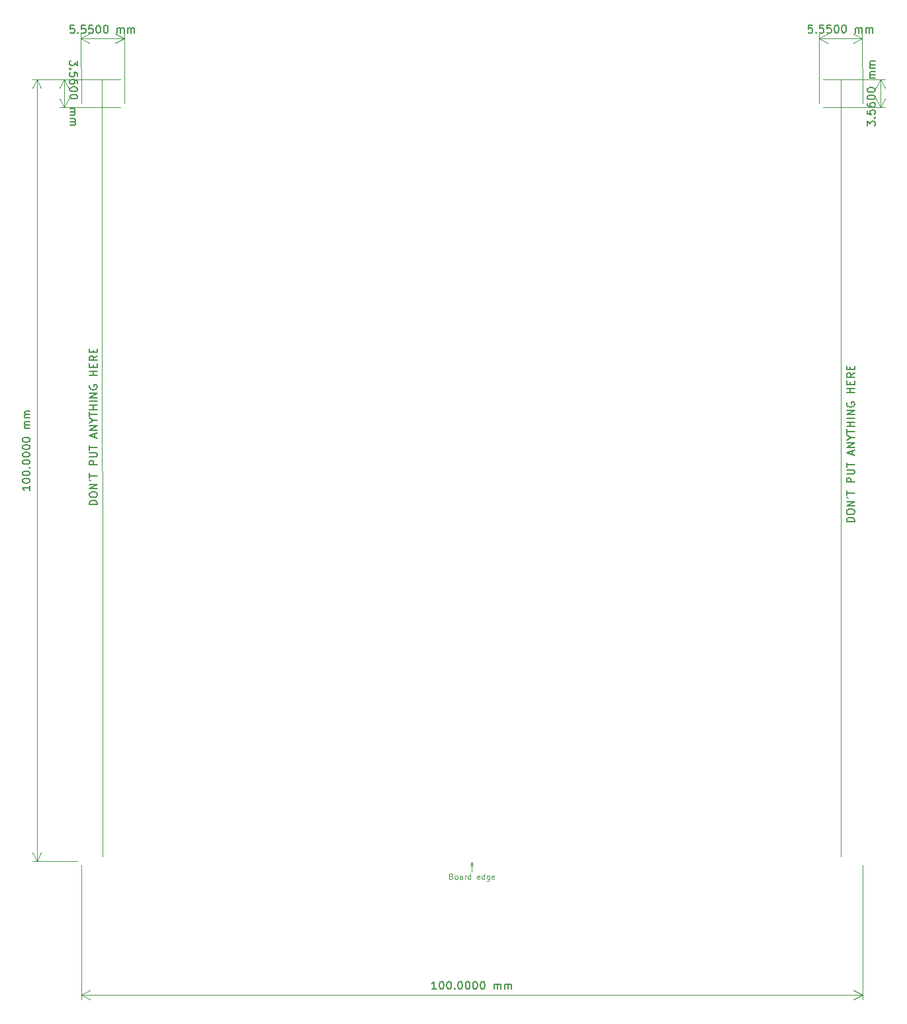
<source format=gbr>
%TF.GenerationSoftware,KiCad,Pcbnew,8.0.7*%
%TF.CreationDate,2025-02-21T01:46:00+01:00*%
%TF.ProjectId,TPB,5450422e-6b69-4636-9164-5f7063625858,1.0.0*%
%TF.SameCoordinates,Original*%
%TF.FileFunction,Other,Comment*%
%FSLAX46Y46*%
G04 Gerber Fmt 4.6, Leading zero omitted, Abs format (unit mm)*
G04 Created by KiCad (PCBNEW 8.0.7) date 2025-02-21 01:46:00*
%MOMM*%
%LPD*%
G01*
G04 APERTURE LIST*
%ADD10C,0.100000*%
%ADD11C,0.150000*%
G04 APERTURE END LIST*
D10*
X97260000Y569999D02*
X97260000Y100000000D01*
X2740000Y569999D02*
X2670000Y100000000D01*
D11*
X98979819Y43386780D02*
X97979819Y43386780D01*
X97979819Y43386780D02*
X97979819Y43624875D01*
X97979819Y43624875D02*
X98027438Y43767732D01*
X98027438Y43767732D02*
X98122676Y43862970D01*
X98122676Y43862970D02*
X98217914Y43910589D01*
X98217914Y43910589D02*
X98408390Y43958208D01*
X98408390Y43958208D02*
X98551247Y43958208D01*
X98551247Y43958208D02*
X98741723Y43910589D01*
X98741723Y43910589D02*
X98836961Y43862970D01*
X98836961Y43862970D02*
X98932200Y43767732D01*
X98932200Y43767732D02*
X98979819Y43624875D01*
X98979819Y43624875D02*
X98979819Y43386780D01*
X97979819Y44577256D02*
X97979819Y44767732D01*
X97979819Y44767732D02*
X98027438Y44862970D01*
X98027438Y44862970D02*
X98122676Y44958208D01*
X98122676Y44958208D02*
X98313152Y45005827D01*
X98313152Y45005827D02*
X98646485Y45005827D01*
X98646485Y45005827D02*
X98836961Y44958208D01*
X98836961Y44958208D02*
X98932200Y44862970D01*
X98932200Y44862970D02*
X98979819Y44767732D01*
X98979819Y44767732D02*
X98979819Y44577256D01*
X98979819Y44577256D02*
X98932200Y44482018D01*
X98932200Y44482018D02*
X98836961Y44386780D01*
X98836961Y44386780D02*
X98646485Y44339161D01*
X98646485Y44339161D02*
X98313152Y44339161D01*
X98313152Y44339161D02*
X98122676Y44386780D01*
X98122676Y44386780D02*
X98027438Y44482018D01*
X98027438Y44482018D02*
X97979819Y44577256D01*
X98979819Y45434399D02*
X97979819Y45434399D01*
X97979819Y45434399D02*
X98979819Y46005827D01*
X98979819Y46005827D02*
X97979819Y46005827D01*
X97979819Y46529637D02*
X98170295Y46434399D01*
X97979819Y46815351D02*
X97979819Y47386779D01*
X98979819Y47101065D02*
X97979819Y47101065D01*
X98979819Y48482018D02*
X97979819Y48482018D01*
X97979819Y48482018D02*
X97979819Y48862970D01*
X97979819Y48862970D02*
X98027438Y48958208D01*
X98027438Y48958208D02*
X98075057Y49005827D01*
X98075057Y49005827D02*
X98170295Y49053446D01*
X98170295Y49053446D02*
X98313152Y49053446D01*
X98313152Y49053446D02*
X98408390Y49005827D01*
X98408390Y49005827D02*
X98456009Y48958208D01*
X98456009Y48958208D02*
X98503628Y48862970D01*
X98503628Y48862970D02*
X98503628Y48482018D01*
X97979819Y49482018D02*
X98789342Y49482018D01*
X98789342Y49482018D02*
X98884580Y49529637D01*
X98884580Y49529637D02*
X98932200Y49577256D01*
X98932200Y49577256D02*
X98979819Y49672494D01*
X98979819Y49672494D02*
X98979819Y49862970D01*
X98979819Y49862970D02*
X98932200Y49958208D01*
X98932200Y49958208D02*
X98884580Y50005827D01*
X98884580Y50005827D02*
X98789342Y50053446D01*
X98789342Y50053446D02*
X97979819Y50053446D01*
X97979819Y50386780D02*
X97979819Y50958208D01*
X98979819Y50672494D02*
X97979819Y50672494D01*
X98694104Y52005828D02*
X98694104Y52482018D01*
X98979819Y51910590D02*
X97979819Y52243923D01*
X97979819Y52243923D02*
X98979819Y52577256D01*
X98979819Y52910590D02*
X97979819Y52910590D01*
X97979819Y52910590D02*
X98979819Y53482018D01*
X98979819Y53482018D02*
X97979819Y53482018D01*
X98503628Y54148685D02*
X98979819Y54148685D01*
X97979819Y53815352D02*
X98503628Y54148685D01*
X98503628Y54148685D02*
X97979819Y54482018D01*
X97979819Y54672495D02*
X97979819Y55243923D01*
X98979819Y54958209D02*
X97979819Y54958209D01*
X98979819Y55577257D02*
X97979819Y55577257D01*
X98456009Y55577257D02*
X98456009Y56148685D01*
X98979819Y56148685D02*
X97979819Y56148685D01*
X98979819Y56624876D02*
X97979819Y56624876D01*
X98979819Y57101066D02*
X97979819Y57101066D01*
X97979819Y57101066D02*
X98979819Y57672494D01*
X98979819Y57672494D02*
X97979819Y57672494D01*
X98027438Y58672494D02*
X97979819Y58577256D01*
X97979819Y58577256D02*
X97979819Y58434399D01*
X97979819Y58434399D02*
X98027438Y58291542D01*
X98027438Y58291542D02*
X98122676Y58196304D01*
X98122676Y58196304D02*
X98217914Y58148685D01*
X98217914Y58148685D02*
X98408390Y58101066D01*
X98408390Y58101066D02*
X98551247Y58101066D01*
X98551247Y58101066D02*
X98741723Y58148685D01*
X98741723Y58148685D02*
X98836961Y58196304D01*
X98836961Y58196304D02*
X98932200Y58291542D01*
X98932200Y58291542D02*
X98979819Y58434399D01*
X98979819Y58434399D02*
X98979819Y58529637D01*
X98979819Y58529637D02*
X98932200Y58672494D01*
X98932200Y58672494D02*
X98884580Y58720113D01*
X98884580Y58720113D02*
X98551247Y58720113D01*
X98551247Y58720113D02*
X98551247Y58529637D01*
X98979819Y59910590D02*
X97979819Y59910590D01*
X98456009Y59910590D02*
X98456009Y60482018D01*
X98979819Y60482018D02*
X97979819Y60482018D01*
X98456009Y60958209D02*
X98456009Y61291542D01*
X98979819Y61434399D02*
X98979819Y60958209D01*
X98979819Y60958209D02*
X97979819Y60958209D01*
X97979819Y60958209D02*
X97979819Y61434399D01*
X98979819Y62434399D02*
X98503628Y62101066D01*
X98979819Y61862971D02*
X97979819Y61862971D01*
X97979819Y61862971D02*
X97979819Y62243923D01*
X97979819Y62243923D02*
X98027438Y62339161D01*
X98027438Y62339161D02*
X98075057Y62386780D01*
X98075057Y62386780D02*
X98170295Y62434399D01*
X98170295Y62434399D02*
X98313152Y62434399D01*
X98313152Y62434399D02*
X98408390Y62386780D01*
X98408390Y62386780D02*
X98456009Y62339161D01*
X98456009Y62339161D02*
X98503628Y62243923D01*
X98503628Y62243923D02*
X98503628Y61862971D01*
X98456009Y62862971D02*
X98456009Y63196304D01*
X98979819Y63339161D02*
X98979819Y62862971D01*
X98979819Y62862971D02*
X97979819Y62862971D01*
X97979819Y62862971D02*
X97979819Y63339161D01*
X2059819Y45586780D02*
X1059819Y45586780D01*
X1059819Y45586780D02*
X1059819Y45824875D01*
X1059819Y45824875D02*
X1107438Y45967732D01*
X1107438Y45967732D02*
X1202676Y46062970D01*
X1202676Y46062970D02*
X1297914Y46110589D01*
X1297914Y46110589D02*
X1488390Y46158208D01*
X1488390Y46158208D02*
X1631247Y46158208D01*
X1631247Y46158208D02*
X1821723Y46110589D01*
X1821723Y46110589D02*
X1916961Y46062970D01*
X1916961Y46062970D02*
X2012200Y45967732D01*
X2012200Y45967732D02*
X2059819Y45824875D01*
X2059819Y45824875D02*
X2059819Y45586780D01*
X1059819Y46777256D02*
X1059819Y46967732D01*
X1059819Y46967732D02*
X1107438Y47062970D01*
X1107438Y47062970D02*
X1202676Y47158208D01*
X1202676Y47158208D02*
X1393152Y47205827D01*
X1393152Y47205827D02*
X1726485Y47205827D01*
X1726485Y47205827D02*
X1916961Y47158208D01*
X1916961Y47158208D02*
X2012200Y47062970D01*
X2012200Y47062970D02*
X2059819Y46967732D01*
X2059819Y46967732D02*
X2059819Y46777256D01*
X2059819Y46777256D02*
X2012200Y46682018D01*
X2012200Y46682018D02*
X1916961Y46586780D01*
X1916961Y46586780D02*
X1726485Y46539161D01*
X1726485Y46539161D02*
X1393152Y46539161D01*
X1393152Y46539161D02*
X1202676Y46586780D01*
X1202676Y46586780D02*
X1107438Y46682018D01*
X1107438Y46682018D02*
X1059819Y46777256D01*
X2059819Y47634399D02*
X1059819Y47634399D01*
X1059819Y47634399D02*
X2059819Y48205827D01*
X2059819Y48205827D02*
X1059819Y48205827D01*
X1059819Y48729637D02*
X1250295Y48634399D01*
X1059819Y49015351D02*
X1059819Y49586779D01*
X2059819Y49301065D02*
X1059819Y49301065D01*
X2059819Y50682018D02*
X1059819Y50682018D01*
X1059819Y50682018D02*
X1059819Y51062970D01*
X1059819Y51062970D02*
X1107438Y51158208D01*
X1107438Y51158208D02*
X1155057Y51205827D01*
X1155057Y51205827D02*
X1250295Y51253446D01*
X1250295Y51253446D02*
X1393152Y51253446D01*
X1393152Y51253446D02*
X1488390Y51205827D01*
X1488390Y51205827D02*
X1536009Y51158208D01*
X1536009Y51158208D02*
X1583628Y51062970D01*
X1583628Y51062970D02*
X1583628Y50682018D01*
X1059819Y51682018D02*
X1869342Y51682018D01*
X1869342Y51682018D02*
X1964580Y51729637D01*
X1964580Y51729637D02*
X2012200Y51777256D01*
X2012200Y51777256D02*
X2059819Y51872494D01*
X2059819Y51872494D02*
X2059819Y52062970D01*
X2059819Y52062970D02*
X2012200Y52158208D01*
X2012200Y52158208D02*
X1964580Y52205827D01*
X1964580Y52205827D02*
X1869342Y52253446D01*
X1869342Y52253446D02*
X1059819Y52253446D01*
X1059819Y52586780D02*
X1059819Y53158208D01*
X2059819Y52872494D02*
X1059819Y52872494D01*
X1774104Y54205828D02*
X1774104Y54682018D01*
X2059819Y54110590D02*
X1059819Y54443923D01*
X1059819Y54443923D02*
X2059819Y54777256D01*
X2059819Y55110590D02*
X1059819Y55110590D01*
X1059819Y55110590D02*
X2059819Y55682018D01*
X2059819Y55682018D02*
X1059819Y55682018D01*
X1583628Y56348685D02*
X2059819Y56348685D01*
X1059819Y56015352D02*
X1583628Y56348685D01*
X1583628Y56348685D02*
X1059819Y56682018D01*
X1059819Y56872495D02*
X1059819Y57443923D01*
X2059819Y57158209D02*
X1059819Y57158209D01*
X2059819Y57777257D02*
X1059819Y57777257D01*
X1536009Y57777257D02*
X1536009Y58348685D01*
X2059819Y58348685D02*
X1059819Y58348685D01*
X2059819Y58824876D02*
X1059819Y58824876D01*
X2059819Y59301066D02*
X1059819Y59301066D01*
X1059819Y59301066D02*
X2059819Y59872494D01*
X2059819Y59872494D02*
X1059819Y59872494D01*
X1107438Y60872494D02*
X1059819Y60777256D01*
X1059819Y60777256D02*
X1059819Y60634399D01*
X1059819Y60634399D02*
X1107438Y60491542D01*
X1107438Y60491542D02*
X1202676Y60396304D01*
X1202676Y60396304D02*
X1297914Y60348685D01*
X1297914Y60348685D02*
X1488390Y60301066D01*
X1488390Y60301066D02*
X1631247Y60301066D01*
X1631247Y60301066D02*
X1821723Y60348685D01*
X1821723Y60348685D02*
X1916961Y60396304D01*
X1916961Y60396304D02*
X2012200Y60491542D01*
X2012200Y60491542D02*
X2059819Y60634399D01*
X2059819Y60634399D02*
X2059819Y60729637D01*
X2059819Y60729637D02*
X2012200Y60872494D01*
X2012200Y60872494D02*
X1964580Y60920113D01*
X1964580Y60920113D02*
X1631247Y60920113D01*
X1631247Y60920113D02*
X1631247Y60729637D01*
X2059819Y62110590D02*
X1059819Y62110590D01*
X1536009Y62110590D02*
X1536009Y62682018D01*
X2059819Y62682018D02*
X1059819Y62682018D01*
X1536009Y63158209D02*
X1536009Y63491542D01*
X2059819Y63634399D02*
X2059819Y63158209D01*
X2059819Y63158209D02*
X1059819Y63158209D01*
X1059819Y63158209D02*
X1059819Y63634399D01*
X2059819Y64634399D02*
X1583628Y64301066D01*
X2059819Y64062971D02*
X1059819Y64062971D01*
X1059819Y64062971D02*
X1059819Y64443923D01*
X1059819Y64443923D02*
X1107438Y64539161D01*
X1107438Y64539161D02*
X1155057Y64586780D01*
X1155057Y64586780D02*
X1250295Y64634399D01*
X1250295Y64634399D02*
X1393152Y64634399D01*
X1393152Y64634399D02*
X1488390Y64586780D01*
X1488390Y64586780D02*
X1536009Y64539161D01*
X1536009Y64539161D02*
X1583628Y64443923D01*
X1583628Y64443923D02*
X1583628Y64062971D01*
X1536009Y65062971D02*
X1536009Y65396304D01*
X2059819Y65539161D02*
X2059819Y65062971D01*
X2059819Y65062971D02*
X1059819Y65062971D01*
X1059819Y65062971D02*
X1059819Y65539161D01*
X-452937Y102393644D02*
X-451198Y101774599D01*
X-451198Y101774599D02*
X-833085Y102106861D01*
X-833085Y102106861D02*
X-832684Y101964004D01*
X-832684Y101964004D02*
X-880035Y101868633D01*
X-880035Y101868633D02*
X-927520Y101820880D01*
X-927520Y101820880D02*
X-1022624Y101772994D01*
X-1022624Y101772994D02*
X-1260718Y101772325D01*
X-1260718Y101772325D02*
X-1356090Y101819676D01*
X-1356090Y101819676D02*
X-1403842Y101867162D01*
X-1403842Y101867162D02*
X-1451729Y101962266D01*
X-1451729Y101962266D02*
X-1452531Y102247979D01*
X-1452531Y102247979D02*
X-1405180Y102343350D01*
X-1405180Y102343350D02*
X-1357695Y102391103D01*
X-1354752Y101343488D02*
X-1402237Y101295735D01*
X-1402237Y101295735D02*
X-1449990Y101343220D01*
X-1449990Y101343220D02*
X-1402505Y101390973D01*
X-1402505Y101390973D02*
X-1354752Y101343488D01*
X-1354752Y101343488D02*
X-1449990Y101343220D01*
X-447319Y100393653D02*
X-448656Y100869841D01*
X-448656Y100869841D02*
X-924979Y100916122D01*
X-924979Y100916122D02*
X-877226Y100868637D01*
X-877226Y100868637D02*
X-829340Y100773533D01*
X-829340Y100773533D02*
X-828671Y100535439D01*
X-828671Y100535439D02*
X-876022Y100440068D01*
X-876022Y100440068D02*
X-923507Y100392315D01*
X-923507Y100392315D02*
X-1018611Y100344429D01*
X-1018611Y100344429D02*
X-1256706Y100343760D01*
X-1256706Y100343760D02*
X-1352077Y100391111D01*
X-1352077Y100391111D02*
X-1399830Y100438596D01*
X-1399830Y100438596D02*
X-1447716Y100533700D01*
X-1447716Y100533700D02*
X-1448385Y100771794D01*
X-1448385Y100771794D02*
X-1401034Y100867166D01*
X-1401034Y100867166D02*
X-1353548Y100914919D01*
X-444777Y99488894D02*
X-445312Y99679370D01*
X-445312Y99679370D02*
X-493199Y99774474D01*
X-493199Y99774474D02*
X-540951Y99821959D01*
X-540951Y99821959D02*
X-684075Y99916795D01*
X-684075Y99916795D02*
X-874685Y99963879D01*
X-874685Y99963879D02*
X-1255635Y99962809D01*
X-1255635Y99962809D02*
X-1350739Y99914922D01*
X-1350739Y99914922D02*
X-1398225Y99867170D01*
X-1398225Y99867170D02*
X-1445576Y99771798D01*
X-1445576Y99771798D02*
X-1445041Y99581323D01*
X-1445041Y99581323D02*
X-1397154Y99486219D01*
X-1397154Y99486219D02*
X-1349402Y99438734D01*
X-1349402Y99438734D02*
X-1254030Y99391383D01*
X-1254030Y99391383D02*
X-1015936Y99392051D01*
X-1015936Y99392051D02*
X-920832Y99439938D01*
X-920832Y99439938D02*
X-873347Y99487690D01*
X-873347Y99487690D02*
X-825996Y99583062D01*
X-825996Y99583062D02*
X-826531Y99773537D01*
X-826531Y99773537D02*
X-874417Y99868641D01*
X-874417Y99868641D02*
X-922170Y99916126D01*
X-922170Y99916126D02*
X-1017541Y99963478D01*
X-442771Y98774611D02*
X-442503Y98679373D01*
X-442503Y98679373D02*
X-489855Y98584002D01*
X-489855Y98584002D02*
X-537340Y98536249D01*
X-537340Y98536249D02*
X-632444Y98488363D01*
X-632444Y98488363D02*
X-822785Y98440209D01*
X-822785Y98440209D02*
X-1060880Y98439540D01*
X-1060880Y98439540D02*
X-1251489Y98486624D01*
X-1251489Y98486624D02*
X-1346860Y98533975D01*
X-1346860Y98533975D02*
X-1394613Y98581461D01*
X-1394613Y98581461D02*
X-1442499Y98676565D01*
X-1442499Y98676565D02*
X-1442767Y98771802D01*
X-1442767Y98771802D02*
X-1395416Y98867174D01*
X-1395416Y98867174D02*
X-1347930Y98914926D01*
X-1347930Y98914926D02*
X-1252826Y98962813D01*
X-1252826Y98962813D02*
X-1062485Y99010967D01*
X-1062485Y99010967D02*
X-824391Y99011635D01*
X-824391Y99011635D02*
X-633781Y98964552D01*
X-633781Y98964552D02*
X-538410Y98917200D01*
X-538410Y98917200D02*
X-490657Y98869715D01*
X-490657Y98869715D02*
X-442771Y98774611D01*
X-440096Y97822234D02*
X-439828Y97726996D01*
X-439828Y97726996D02*
X-487179Y97631625D01*
X-487179Y97631625D02*
X-534665Y97583872D01*
X-534665Y97583872D02*
X-629768Y97535986D01*
X-629768Y97535986D02*
X-820110Y97487832D01*
X-820110Y97487832D02*
X-1058204Y97487163D01*
X-1058204Y97487163D02*
X-1248814Y97534247D01*
X-1248814Y97534247D02*
X-1344185Y97581598D01*
X-1344185Y97581598D02*
X-1391938Y97629083D01*
X-1391938Y97629083D02*
X-1439824Y97724187D01*
X-1439824Y97724187D02*
X-1440092Y97819425D01*
X-1440092Y97819425D02*
X-1392740Y97914796D01*
X-1392740Y97914796D02*
X-1345255Y97962549D01*
X-1345255Y97962549D02*
X-1250151Y98010435D01*
X-1250151Y98010435D02*
X-1059810Y98058589D01*
X-1059810Y98058589D02*
X-821715Y98059258D01*
X-821715Y98059258D02*
X-631106Y98012174D01*
X-631106Y98012174D02*
X-535735Y97964823D01*
X-535735Y97964823D02*
X-487982Y97917338D01*
X-487982Y97917338D02*
X-440096Y97822234D01*
X-1435811Y96295621D02*
X-769147Y96297494D01*
X-864385Y96297226D02*
X-816632Y96249741D01*
X-816632Y96249741D02*
X-768746Y96154637D01*
X-768746Y96154637D02*
X-768345Y96011781D01*
X-768345Y96011781D02*
X-815696Y95916409D01*
X-815696Y95916409D02*
X-910800Y95868523D01*
X-910800Y95868523D02*
X-1434607Y95867051D01*
X-910800Y95868523D02*
X-815429Y95821171D01*
X-815429Y95821171D02*
X-767542Y95726068D01*
X-767542Y95726068D02*
X-767141Y95583211D01*
X-767141Y95583211D02*
X-814492Y95487839D01*
X-814492Y95487839D02*
X-909596Y95439953D01*
X-909596Y95439953D02*
X-1433404Y95438482D01*
X-1432066Y94962293D02*
X-765402Y94964166D01*
X-860640Y94963899D02*
X-812887Y94916413D01*
X-812887Y94916413D02*
X-765001Y94821310D01*
X-765001Y94821310D02*
X-764599Y94678453D01*
X-764599Y94678453D02*
X-811951Y94583081D01*
X-811951Y94583081D02*
X-907055Y94535195D01*
X-907055Y94535195D02*
X-1430862Y94533724D01*
X-907055Y94535195D02*
X-811683Y94487844D01*
X-811683Y94487844D02*
X-763797Y94392740D01*
X-763797Y94392740D02*
X-763396Y94249883D01*
X-763396Y94249883D02*
X-810747Y94154512D01*
X-810747Y94154512D02*
X-905851Y94106625D01*
X-905851Y94106625D02*
X-1429658Y94105154D01*
D10*
X5050002Y96438596D02*
X-2717756Y96416776D01*
X5040002Y99998596D02*
X-2727756Y99976776D01*
X-2131339Y96418423D02*
X-2141339Y99978423D01*
X-2131339Y96418423D02*
X-2141339Y99978423D01*
X-2131339Y96418423D02*
X-2720922Y97543275D01*
X-2131339Y96418423D02*
X-1548085Y97546570D01*
X-2141339Y99978423D02*
X-1551756Y98853571D01*
X-2141339Y99978423D02*
X-2724593Y98850276D01*
D11*
X-881789Y106896538D02*
X-1357976Y106894822D01*
X-1357976Y106894822D02*
X-1403879Y106418463D01*
X-1403879Y106418463D02*
X-1356432Y106466254D01*
X-1356432Y106466254D02*
X-1261366Y106514216D01*
X-1261366Y106514216D02*
X-1023272Y106515074D01*
X-1023272Y106515074D02*
X-927863Y106467798D01*
X-927863Y106467798D02*
X-880073Y106420351D01*
X-880073Y106420351D02*
X-832111Y106325285D01*
X-832111Y106325285D02*
X-831253Y106087191D01*
X-831253Y106087191D02*
X-878529Y105991782D01*
X-878529Y105991782D02*
X-925976Y105943992D01*
X-925976Y105943992D02*
X-1021042Y105896030D01*
X-1021042Y105896030D02*
X-1259135Y105895172D01*
X-1259135Y105895172D02*
X-1354544Y105942448D01*
X-1354544Y105942448D02*
X-1402335Y105989895D01*
X-402341Y105993498D02*
X-354551Y105946051D01*
X-354551Y105946051D02*
X-401998Y105898261D01*
X-401998Y105898261D02*
X-449788Y105945708D01*
X-449788Y105945708D02*
X-402341Y105993498D01*
X-402341Y105993498D02*
X-401998Y105898261D01*
X546773Y106901686D02*
X70585Y106899970D01*
X70585Y106899970D02*
X24683Y106423611D01*
X24683Y106423611D02*
X72130Y106471402D01*
X72130Y106471402D02*
X167196Y106519364D01*
X167196Y106519364D02*
X405289Y106520222D01*
X405289Y106520222D02*
X500698Y106472946D01*
X500698Y106472946D02*
X548489Y106425499D01*
X548489Y106425499D02*
X596451Y106330433D01*
X596451Y106330433D02*
X597309Y106092339D01*
X597309Y106092339D02*
X550033Y105996930D01*
X550033Y105996930D02*
X502586Y105949140D01*
X502586Y105949140D02*
X407520Y105901178D01*
X407520Y105901178D02*
X169427Y105900320D01*
X169427Y105900320D02*
X74017Y105947596D01*
X74017Y105947596D02*
X26227Y105995043D01*
X1499148Y106905118D02*
X1022960Y106903402D01*
X1022960Y106903402D02*
X977058Y106427043D01*
X977058Y106427043D02*
X1024505Y106474834D01*
X1024505Y106474834D02*
X1119571Y106522796D01*
X1119571Y106522796D02*
X1357664Y106523654D01*
X1357664Y106523654D02*
X1453073Y106476378D01*
X1453073Y106476378D02*
X1500864Y106428931D01*
X1500864Y106428931D02*
X1548826Y106333865D01*
X1548826Y106333865D02*
X1549684Y106095771D01*
X1549684Y106095771D02*
X1502408Y106000362D01*
X1502408Y106000362D02*
X1454961Y105952572D01*
X1454961Y105952572D02*
X1359895Y105904610D01*
X1359895Y105904610D02*
X1121801Y105903752D01*
X1121801Y105903752D02*
X1026392Y105951028D01*
X1026392Y105951028D02*
X978602Y105998475D01*
X2165810Y106907521D02*
X2261048Y106907864D01*
X2261048Y106907864D02*
X2356457Y106860588D01*
X2356457Y106860588D02*
X2404247Y106813141D01*
X2404247Y106813141D02*
X2452209Y106718075D01*
X2452209Y106718075D02*
X2500514Y106527772D01*
X2500514Y106527772D02*
X2501372Y106289678D01*
X2501372Y106289678D02*
X2454440Y106099032D01*
X2454440Y106099032D02*
X2407164Y106003623D01*
X2407164Y106003623D02*
X2359717Y105955832D01*
X2359717Y105955832D02*
X2264651Y105907870D01*
X2264651Y105907870D02*
X2169414Y105907527D01*
X2169414Y105907527D02*
X2074005Y105954803D01*
X2074005Y105954803D02*
X2026214Y106002250D01*
X2026214Y106002250D02*
X1978252Y106097316D01*
X1978252Y106097316D02*
X1929947Y106287619D01*
X1929947Y106287619D02*
X1929089Y106525713D01*
X1929089Y106525713D02*
X1976021Y106716359D01*
X1976021Y106716359D02*
X2023297Y106811768D01*
X2023297Y106811768D02*
X2070744Y106859559D01*
X2070744Y106859559D02*
X2165810Y106907521D01*
X3118185Y106910953D02*
X3213422Y106911296D01*
X3213422Y106911296D02*
X3308831Y106864020D01*
X3308831Y106864020D02*
X3356622Y106816573D01*
X3356622Y106816573D02*
X3404584Y106721507D01*
X3404584Y106721507D02*
X3452889Y106531204D01*
X3452889Y106531204D02*
X3453747Y106293110D01*
X3453747Y106293110D02*
X3406814Y106102464D01*
X3406814Y106102464D02*
X3359539Y106007055D01*
X3359539Y106007055D02*
X3312092Y105959264D01*
X3312092Y105959264D02*
X3217026Y105911302D01*
X3217026Y105911302D02*
X3121788Y105910959D01*
X3121788Y105910959D02*
X3026379Y105958235D01*
X3026379Y105958235D02*
X2978589Y106005682D01*
X2978589Y106005682D02*
X2930627Y106100748D01*
X2930627Y106100748D02*
X2882322Y106291051D01*
X2882322Y106291051D02*
X2881464Y106529145D01*
X2881464Y106529145D02*
X2928396Y106719791D01*
X2928396Y106719791D02*
X2975672Y106815200D01*
X2975672Y106815200D02*
X3023119Y106862991D01*
X3023119Y106862991D02*
X3118185Y106910953D01*
X4645588Y105916450D02*
X4643186Y106583113D01*
X4643529Y106487875D02*
X4690976Y106535666D01*
X4690976Y106535666D02*
X4786042Y106583628D01*
X4786042Y106583628D02*
X4928898Y106584142D01*
X4928898Y106584142D02*
X5024307Y106536867D01*
X5024307Y106536867D02*
X5072269Y106441801D01*
X5072269Y106441801D02*
X5074157Y105917995D01*
X5072269Y106441801D02*
X5119545Y106537210D01*
X5119545Y106537210D02*
X5214611Y106585172D01*
X5214611Y106585172D02*
X5357467Y106585687D01*
X5357467Y106585687D02*
X5452876Y106538411D01*
X5452876Y106538411D02*
X5500838Y106443345D01*
X5500838Y106443345D02*
X5502726Y105919539D01*
X5978913Y105921255D02*
X5976510Y106587917D01*
X5976854Y106492680D02*
X6024301Y106540470D01*
X6024301Y106540470D02*
X6119367Y106588432D01*
X6119367Y106588432D02*
X6262223Y106588947D01*
X6262223Y106588947D02*
X6357632Y106541672D01*
X6357632Y106541672D02*
X6405594Y106446606D01*
X6405594Y106446606D02*
X6407481Y105922800D01*
X6405594Y106446606D02*
X6452869Y106542015D01*
X6452869Y106542015D02*
X6547935Y106589977D01*
X6547935Y106589977D02*
X6690791Y106590491D01*
X6690791Y106590491D02*
X6786200Y106543216D01*
X6786200Y106543216D02*
X6834162Y106448150D01*
X6834162Y106448150D02*
X6836050Y105924344D01*
D10*
X5548198Y96939997D02*
X5516231Y105810825D01*
X-1802Y96919997D02*
X-33769Y105790825D01*
X5518344Y105224409D02*
X-31656Y105204409D01*
X5518344Y105224409D02*
X-31656Y105204409D01*
X5518344Y105224409D02*
X4393961Y104633933D01*
X5518344Y105224409D02*
X4389734Y105806766D01*
X-31656Y105204409D02*
X1092727Y105794885D01*
X-31656Y105204409D02*
X1096954Y104622052D01*
D11*
X45476190Y-16384818D02*
X44904762Y-16384818D01*
X45190476Y-16384818D02*
X45190476Y-15384818D01*
X45190476Y-15384818D02*
X45095238Y-15527675D01*
X45095238Y-15527675D02*
X45000000Y-15622913D01*
X45000000Y-15622913D02*
X44904762Y-15670532D01*
X46095238Y-15384818D02*
X46190476Y-15384818D01*
X46190476Y-15384818D02*
X46285714Y-15432437D01*
X46285714Y-15432437D02*
X46333333Y-15480056D01*
X46333333Y-15480056D02*
X46380952Y-15575294D01*
X46380952Y-15575294D02*
X46428571Y-15765770D01*
X46428571Y-15765770D02*
X46428571Y-16003865D01*
X46428571Y-16003865D02*
X46380952Y-16194341D01*
X46380952Y-16194341D02*
X46333333Y-16289579D01*
X46333333Y-16289579D02*
X46285714Y-16337199D01*
X46285714Y-16337199D02*
X46190476Y-16384818D01*
X46190476Y-16384818D02*
X46095238Y-16384818D01*
X46095238Y-16384818D02*
X46000000Y-16337199D01*
X46000000Y-16337199D02*
X45952381Y-16289579D01*
X45952381Y-16289579D02*
X45904762Y-16194341D01*
X45904762Y-16194341D02*
X45857143Y-16003865D01*
X45857143Y-16003865D02*
X45857143Y-15765770D01*
X45857143Y-15765770D02*
X45904762Y-15575294D01*
X45904762Y-15575294D02*
X45952381Y-15480056D01*
X45952381Y-15480056D02*
X46000000Y-15432437D01*
X46000000Y-15432437D02*
X46095238Y-15384818D01*
X47047619Y-15384818D02*
X47142857Y-15384818D01*
X47142857Y-15384818D02*
X47238095Y-15432437D01*
X47238095Y-15432437D02*
X47285714Y-15480056D01*
X47285714Y-15480056D02*
X47333333Y-15575294D01*
X47333333Y-15575294D02*
X47380952Y-15765770D01*
X47380952Y-15765770D02*
X47380952Y-16003865D01*
X47380952Y-16003865D02*
X47333333Y-16194341D01*
X47333333Y-16194341D02*
X47285714Y-16289579D01*
X47285714Y-16289579D02*
X47238095Y-16337199D01*
X47238095Y-16337199D02*
X47142857Y-16384818D01*
X47142857Y-16384818D02*
X47047619Y-16384818D01*
X47047619Y-16384818D02*
X46952381Y-16337199D01*
X46952381Y-16337199D02*
X46904762Y-16289579D01*
X46904762Y-16289579D02*
X46857143Y-16194341D01*
X46857143Y-16194341D02*
X46809524Y-16003865D01*
X46809524Y-16003865D02*
X46809524Y-15765770D01*
X46809524Y-15765770D02*
X46857143Y-15575294D01*
X46857143Y-15575294D02*
X46904762Y-15480056D01*
X46904762Y-15480056D02*
X46952381Y-15432437D01*
X46952381Y-15432437D02*
X47047619Y-15384818D01*
X47809524Y-16289579D02*
X47857143Y-16337199D01*
X47857143Y-16337199D02*
X47809524Y-16384818D01*
X47809524Y-16384818D02*
X47761905Y-16337199D01*
X47761905Y-16337199D02*
X47809524Y-16289579D01*
X47809524Y-16289579D02*
X47809524Y-16384818D01*
X48476190Y-15384818D02*
X48571428Y-15384818D01*
X48571428Y-15384818D02*
X48666666Y-15432437D01*
X48666666Y-15432437D02*
X48714285Y-15480056D01*
X48714285Y-15480056D02*
X48761904Y-15575294D01*
X48761904Y-15575294D02*
X48809523Y-15765770D01*
X48809523Y-15765770D02*
X48809523Y-16003865D01*
X48809523Y-16003865D02*
X48761904Y-16194341D01*
X48761904Y-16194341D02*
X48714285Y-16289579D01*
X48714285Y-16289579D02*
X48666666Y-16337199D01*
X48666666Y-16337199D02*
X48571428Y-16384818D01*
X48571428Y-16384818D02*
X48476190Y-16384818D01*
X48476190Y-16384818D02*
X48380952Y-16337199D01*
X48380952Y-16337199D02*
X48333333Y-16289579D01*
X48333333Y-16289579D02*
X48285714Y-16194341D01*
X48285714Y-16194341D02*
X48238095Y-16003865D01*
X48238095Y-16003865D02*
X48238095Y-15765770D01*
X48238095Y-15765770D02*
X48285714Y-15575294D01*
X48285714Y-15575294D02*
X48333333Y-15480056D01*
X48333333Y-15480056D02*
X48380952Y-15432437D01*
X48380952Y-15432437D02*
X48476190Y-15384818D01*
X49428571Y-15384818D02*
X49523809Y-15384818D01*
X49523809Y-15384818D02*
X49619047Y-15432437D01*
X49619047Y-15432437D02*
X49666666Y-15480056D01*
X49666666Y-15480056D02*
X49714285Y-15575294D01*
X49714285Y-15575294D02*
X49761904Y-15765770D01*
X49761904Y-15765770D02*
X49761904Y-16003865D01*
X49761904Y-16003865D02*
X49714285Y-16194341D01*
X49714285Y-16194341D02*
X49666666Y-16289579D01*
X49666666Y-16289579D02*
X49619047Y-16337199D01*
X49619047Y-16337199D02*
X49523809Y-16384818D01*
X49523809Y-16384818D02*
X49428571Y-16384818D01*
X49428571Y-16384818D02*
X49333333Y-16337199D01*
X49333333Y-16337199D02*
X49285714Y-16289579D01*
X49285714Y-16289579D02*
X49238095Y-16194341D01*
X49238095Y-16194341D02*
X49190476Y-16003865D01*
X49190476Y-16003865D02*
X49190476Y-15765770D01*
X49190476Y-15765770D02*
X49238095Y-15575294D01*
X49238095Y-15575294D02*
X49285714Y-15480056D01*
X49285714Y-15480056D02*
X49333333Y-15432437D01*
X49333333Y-15432437D02*
X49428571Y-15384818D01*
X50380952Y-15384818D02*
X50476190Y-15384818D01*
X50476190Y-15384818D02*
X50571428Y-15432437D01*
X50571428Y-15432437D02*
X50619047Y-15480056D01*
X50619047Y-15480056D02*
X50666666Y-15575294D01*
X50666666Y-15575294D02*
X50714285Y-15765770D01*
X50714285Y-15765770D02*
X50714285Y-16003865D01*
X50714285Y-16003865D02*
X50666666Y-16194341D01*
X50666666Y-16194341D02*
X50619047Y-16289579D01*
X50619047Y-16289579D02*
X50571428Y-16337199D01*
X50571428Y-16337199D02*
X50476190Y-16384818D01*
X50476190Y-16384818D02*
X50380952Y-16384818D01*
X50380952Y-16384818D02*
X50285714Y-16337199D01*
X50285714Y-16337199D02*
X50238095Y-16289579D01*
X50238095Y-16289579D02*
X50190476Y-16194341D01*
X50190476Y-16194341D02*
X50142857Y-16003865D01*
X50142857Y-16003865D02*
X50142857Y-15765770D01*
X50142857Y-15765770D02*
X50190476Y-15575294D01*
X50190476Y-15575294D02*
X50238095Y-15480056D01*
X50238095Y-15480056D02*
X50285714Y-15432437D01*
X50285714Y-15432437D02*
X50380952Y-15384818D01*
X51333333Y-15384818D02*
X51428571Y-15384818D01*
X51428571Y-15384818D02*
X51523809Y-15432437D01*
X51523809Y-15432437D02*
X51571428Y-15480056D01*
X51571428Y-15480056D02*
X51619047Y-15575294D01*
X51619047Y-15575294D02*
X51666666Y-15765770D01*
X51666666Y-15765770D02*
X51666666Y-16003865D01*
X51666666Y-16003865D02*
X51619047Y-16194341D01*
X51619047Y-16194341D02*
X51571428Y-16289579D01*
X51571428Y-16289579D02*
X51523809Y-16337199D01*
X51523809Y-16337199D02*
X51428571Y-16384818D01*
X51428571Y-16384818D02*
X51333333Y-16384818D01*
X51333333Y-16384818D02*
X51238095Y-16337199D01*
X51238095Y-16337199D02*
X51190476Y-16289579D01*
X51190476Y-16289579D02*
X51142857Y-16194341D01*
X51142857Y-16194341D02*
X51095238Y-16003865D01*
X51095238Y-16003865D02*
X51095238Y-15765770D01*
X51095238Y-15765770D02*
X51142857Y-15575294D01*
X51142857Y-15575294D02*
X51190476Y-15480056D01*
X51190476Y-15480056D02*
X51238095Y-15432437D01*
X51238095Y-15432437D02*
X51333333Y-15384818D01*
X52857143Y-16384818D02*
X52857143Y-15718151D01*
X52857143Y-15813389D02*
X52904762Y-15765770D01*
X52904762Y-15765770D02*
X53000000Y-15718151D01*
X53000000Y-15718151D02*
X53142857Y-15718151D01*
X53142857Y-15718151D02*
X53238095Y-15765770D01*
X53238095Y-15765770D02*
X53285714Y-15861008D01*
X53285714Y-15861008D02*
X53285714Y-16384818D01*
X53285714Y-15861008D02*
X53333333Y-15765770D01*
X53333333Y-15765770D02*
X53428571Y-15718151D01*
X53428571Y-15718151D02*
X53571428Y-15718151D01*
X53571428Y-15718151D02*
X53666667Y-15765770D01*
X53666667Y-15765770D02*
X53714286Y-15861008D01*
X53714286Y-15861008D02*
X53714286Y-16384818D01*
X54190476Y-16384818D02*
X54190476Y-15718151D01*
X54190476Y-15813389D02*
X54238095Y-15765770D01*
X54238095Y-15765770D02*
X54333333Y-15718151D01*
X54333333Y-15718151D02*
X54476190Y-15718151D01*
X54476190Y-15718151D02*
X54571428Y-15765770D01*
X54571428Y-15765770D02*
X54619047Y-15861008D01*
X54619047Y-15861008D02*
X54619047Y-16384818D01*
X54619047Y-15861008D02*
X54666666Y-15765770D01*
X54666666Y-15765770D02*
X54761904Y-15718151D01*
X54761904Y-15718151D02*
X54904761Y-15718151D01*
X54904761Y-15718151D02*
X55000000Y-15765770D01*
X55000000Y-15765770D02*
X55047619Y-15861008D01*
X55047619Y-15861008D02*
X55047619Y-16384818D01*
D10*
X0Y-500000D02*
X0Y-17666419D01*
X100000000Y-500000D02*
X100000000Y-17666419D01*
X0Y-17079999D02*
X100000000Y-17079999D01*
X0Y-17079999D02*
X100000000Y-17079999D01*
X0Y-17079999D02*
X1126504Y-16493578D01*
X0Y-17079999D02*
X1126504Y-17666420D01*
X100000000Y-17079999D02*
X98873496Y-17666420D01*
X100000000Y-17079999D02*
X98873496Y-16493578D01*
D11*
X100614819Y94029525D02*
X100614819Y94648572D01*
X100614819Y94648572D02*
X100995771Y94315239D01*
X100995771Y94315239D02*
X100995771Y94458096D01*
X100995771Y94458096D02*
X101043390Y94553334D01*
X101043390Y94553334D02*
X101091009Y94600953D01*
X101091009Y94600953D02*
X101186247Y94648572D01*
X101186247Y94648572D02*
X101424342Y94648572D01*
X101424342Y94648572D02*
X101519580Y94600953D01*
X101519580Y94600953D02*
X101567200Y94553334D01*
X101567200Y94553334D02*
X101614819Y94458096D01*
X101614819Y94458096D02*
X101614819Y94172382D01*
X101614819Y94172382D02*
X101567200Y94077144D01*
X101567200Y94077144D02*
X101519580Y94029525D01*
X101519580Y95077144D02*
X101567200Y95124763D01*
X101567200Y95124763D02*
X101614819Y95077144D01*
X101614819Y95077144D02*
X101567200Y95029525D01*
X101567200Y95029525D02*
X101519580Y95077144D01*
X101519580Y95077144D02*
X101614819Y95077144D01*
X100614819Y96029524D02*
X100614819Y95553334D01*
X100614819Y95553334D02*
X101091009Y95505715D01*
X101091009Y95505715D02*
X101043390Y95553334D01*
X101043390Y95553334D02*
X100995771Y95648572D01*
X100995771Y95648572D02*
X100995771Y95886667D01*
X100995771Y95886667D02*
X101043390Y95981905D01*
X101043390Y95981905D02*
X101091009Y96029524D01*
X101091009Y96029524D02*
X101186247Y96077143D01*
X101186247Y96077143D02*
X101424342Y96077143D01*
X101424342Y96077143D02*
X101519580Y96029524D01*
X101519580Y96029524D02*
X101567200Y95981905D01*
X101567200Y95981905D02*
X101614819Y95886667D01*
X101614819Y95886667D02*
X101614819Y95648572D01*
X101614819Y95648572D02*
X101567200Y95553334D01*
X101567200Y95553334D02*
X101519580Y95505715D01*
X100614819Y96934286D02*
X100614819Y96743810D01*
X100614819Y96743810D02*
X100662438Y96648572D01*
X100662438Y96648572D02*
X100710057Y96600953D01*
X100710057Y96600953D02*
X100852914Y96505715D01*
X100852914Y96505715D02*
X101043390Y96458096D01*
X101043390Y96458096D02*
X101424342Y96458096D01*
X101424342Y96458096D02*
X101519580Y96505715D01*
X101519580Y96505715D02*
X101567200Y96553334D01*
X101567200Y96553334D02*
X101614819Y96648572D01*
X101614819Y96648572D02*
X101614819Y96839048D01*
X101614819Y96839048D02*
X101567200Y96934286D01*
X101567200Y96934286D02*
X101519580Y96981905D01*
X101519580Y96981905D02*
X101424342Y97029524D01*
X101424342Y97029524D02*
X101186247Y97029524D01*
X101186247Y97029524D02*
X101091009Y96981905D01*
X101091009Y96981905D02*
X101043390Y96934286D01*
X101043390Y96934286D02*
X100995771Y96839048D01*
X100995771Y96839048D02*
X100995771Y96648572D01*
X100995771Y96648572D02*
X101043390Y96553334D01*
X101043390Y96553334D02*
X101091009Y96505715D01*
X101091009Y96505715D02*
X101186247Y96458096D01*
X100614819Y97648572D02*
X100614819Y97743810D01*
X100614819Y97743810D02*
X100662438Y97839048D01*
X100662438Y97839048D02*
X100710057Y97886667D01*
X100710057Y97886667D02*
X100805295Y97934286D01*
X100805295Y97934286D02*
X100995771Y97981905D01*
X100995771Y97981905D02*
X101233866Y97981905D01*
X101233866Y97981905D02*
X101424342Y97934286D01*
X101424342Y97934286D02*
X101519580Y97886667D01*
X101519580Y97886667D02*
X101567200Y97839048D01*
X101567200Y97839048D02*
X101614819Y97743810D01*
X101614819Y97743810D02*
X101614819Y97648572D01*
X101614819Y97648572D02*
X101567200Y97553334D01*
X101567200Y97553334D02*
X101519580Y97505715D01*
X101519580Y97505715D02*
X101424342Y97458096D01*
X101424342Y97458096D02*
X101233866Y97410477D01*
X101233866Y97410477D02*
X100995771Y97410477D01*
X100995771Y97410477D02*
X100805295Y97458096D01*
X100805295Y97458096D02*
X100710057Y97505715D01*
X100710057Y97505715D02*
X100662438Y97553334D01*
X100662438Y97553334D02*
X100614819Y97648572D01*
X100614819Y98600953D02*
X100614819Y98696191D01*
X100614819Y98696191D02*
X100662438Y98791429D01*
X100662438Y98791429D02*
X100710057Y98839048D01*
X100710057Y98839048D02*
X100805295Y98886667D01*
X100805295Y98886667D02*
X100995771Y98934286D01*
X100995771Y98934286D02*
X101233866Y98934286D01*
X101233866Y98934286D02*
X101424342Y98886667D01*
X101424342Y98886667D02*
X101519580Y98839048D01*
X101519580Y98839048D02*
X101567200Y98791429D01*
X101567200Y98791429D02*
X101614819Y98696191D01*
X101614819Y98696191D02*
X101614819Y98600953D01*
X101614819Y98600953D02*
X101567200Y98505715D01*
X101567200Y98505715D02*
X101519580Y98458096D01*
X101519580Y98458096D02*
X101424342Y98410477D01*
X101424342Y98410477D02*
X101233866Y98362858D01*
X101233866Y98362858D02*
X100995771Y98362858D01*
X100995771Y98362858D02*
X100805295Y98410477D01*
X100805295Y98410477D02*
X100710057Y98458096D01*
X100710057Y98458096D02*
X100662438Y98505715D01*
X100662438Y98505715D02*
X100614819Y98600953D01*
X101614819Y100124763D02*
X100948152Y100124763D01*
X101043390Y100124763D02*
X100995771Y100172382D01*
X100995771Y100172382D02*
X100948152Y100267620D01*
X100948152Y100267620D02*
X100948152Y100410477D01*
X100948152Y100410477D02*
X100995771Y100505715D01*
X100995771Y100505715D02*
X101091009Y100553334D01*
X101091009Y100553334D02*
X101614819Y100553334D01*
X101091009Y100553334D02*
X100995771Y100600953D01*
X100995771Y100600953D02*
X100948152Y100696191D01*
X100948152Y100696191D02*
X100948152Y100839048D01*
X100948152Y100839048D02*
X100995771Y100934287D01*
X100995771Y100934287D02*
X101091009Y100981906D01*
X101091009Y100981906D02*
X101614819Y100981906D01*
X101614819Y101458096D02*
X100948152Y101458096D01*
X101043390Y101458096D02*
X100995771Y101505715D01*
X100995771Y101505715D02*
X100948152Y101600953D01*
X100948152Y101600953D02*
X100948152Y101743810D01*
X100948152Y101743810D02*
X100995771Y101839048D01*
X100995771Y101839048D02*
X101091009Y101886667D01*
X101091009Y101886667D02*
X101614819Y101886667D01*
X101091009Y101886667D02*
X100995771Y101934286D01*
X100995771Y101934286D02*
X100948152Y102029524D01*
X100948152Y102029524D02*
X100948152Y102172381D01*
X100948152Y102172381D02*
X100995771Y102267620D01*
X100995771Y102267620D02*
X101091009Y102315239D01*
X101091009Y102315239D02*
X101614819Y102315239D01*
D10*
X94950000Y96440000D02*
X102896420Y96440000D01*
X94950000Y100000000D02*
X102896420Y100000000D01*
X102310000Y96440000D02*
X102310000Y100000000D01*
X102310000Y96440000D02*
X102310000Y100000000D01*
X102310000Y96440000D02*
X101723579Y97566504D01*
X102310000Y96440000D02*
X102896421Y97566504D01*
X102310000Y100000000D02*
X102896421Y98873496D01*
X102310000Y100000000D02*
X101723579Y98873496D01*
D11*
X-6535181Y47996191D02*
X-6535181Y47424763D01*
X-6535181Y47710477D02*
X-7535181Y47710477D01*
X-7535181Y47710477D02*
X-7392324Y47615239D01*
X-7392324Y47615239D02*
X-7297086Y47520001D01*
X-7297086Y47520001D02*
X-7249467Y47424763D01*
X-7535181Y48615239D02*
X-7535181Y48710477D01*
X-7535181Y48710477D02*
X-7487562Y48805715D01*
X-7487562Y48805715D02*
X-7439943Y48853334D01*
X-7439943Y48853334D02*
X-7344705Y48900953D01*
X-7344705Y48900953D02*
X-7154229Y48948572D01*
X-7154229Y48948572D02*
X-6916134Y48948572D01*
X-6916134Y48948572D02*
X-6725658Y48900953D01*
X-6725658Y48900953D02*
X-6630420Y48853334D01*
X-6630420Y48853334D02*
X-6582800Y48805715D01*
X-6582800Y48805715D02*
X-6535181Y48710477D01*
X-6535181Y48710477D02*
X-6535181Y48615239D01*
X-6535181Y48615239D02*
X-6582800Y48520001D01*
X-6582800Y48520001D02*
X-6630420Y48472382D01*
X-6630420Y48472382D02*
X-6725658Y48424763D01*
X-6725658Y48424763D02*
X-6916134Y48377144D01*
X-6916134Y48377144D02*
X-7154229Y48377144D01*
X-7154229Y48377144D02*
X-7344705Y48424763D01*
X-7344705Y48424763D02*
X-7439943Y48472382D01*
X-7439943Y48472382D02*
X-7487562Y48520001D01*
X-7487562Y48520001D02*
X-7535181Y48615239D01*
X-7535181Y49567620D02*
X-7535181Y49662858D01*
X-7535181Y49662858D02*
X-7487562Y49758096D01*
X-7487562Y49758096D02*
X-7439943Y49805715D01*
X-7439943Y49805715D02*
X-7344705Y49853334D01*
X-7344705Y49853334D02*
X-7154229Y49900953D01*
X-7154229Y49900953D02*
X-6916134Y49900953D01*
X-6916134Y49900953D02*
X-6725658Y49853334D01*
X-6725658Y49853334D02*
X-6630420Y49805715D01*
X-6630420Y49805715D02*
X-6582800Y49758096D01*
X-6582800Y49758096D02*
X-6535181Y49662858D01*
X-6535181Y49662858D02*
X-6535181Y49567620D01*
X-6535181Y49567620D02*
X-6582800Y49472382D01*
X-6582800Y49472382D02*
X-6630420Y49424763D01*
X-6630420Y49424763D02*
X-6725658Y49377144D01*
X-6725658Y49377144D02*
X-6916134Y49329525D01*
X-6916134Y49329525D02*
X-7154229Y49329525D01*
X-7154229Y49329525D02*
X-7344705Y49377144D01*
X-7344705Y49377144D02*
X-7439943Y49424763D01*
X-7439943Y49424763D02*
X-7487562Y49472382D01*
X-7487562Y49472382D02*
X-7535181Y49567620D01*
X-6630420Y50329525D02*
X-6582800Y50377144D01*
X-6582800Y50377144D02*
X-6535181Y50329525D01*
X-6535181Y50329525D02*
X-6582800Y50281906D01*
X-6582800Y50281906D02*
X-6630420Y50329525D01*
X-6630420Y50329525D02*
X-6535181Y50329525D01*
X-7535181Y50996191D02*
X-7535181Y51091429D01*
X-7535181Y51091429D02*
X-7487562Y51186667D01*
X-7487562Y51186667D02*
X-7439943Y51234286D01*
X-7439943Y51234286D02*
X-7344705Y51281905D01*
X-7344705Y51281905D02*
X-7154229Y51329524D01*
X-7154229Y51329524D02*
X-6916134Y51329524D01*
X-6916134Y51329524D02*
X-6725658Y51281905D01*
X-6725658Y51281905D02*
X-6630420Y51234286D01*
X-6630420Y51234286D02*
X-6582800Y51186667D01*
X-6582800Y51186667D02*
X-6535181Y51091429D01*
X-6535181Y51091429D02*
X-6535181Y50996191D01*
X-6535181Y50996191D02*
X-6582800Y50900953D01*
X-6582800Y50900953D02*
X-6630420Y50853334D01*
X-6630420Y50853334D02*
X-6725658Y50805715D01*
X-6725658Y50805715D02*
X-6916134Y50758096D01*
X-6916134Y50758096D02*
X-7154229Y50758096D01*
X-7154229Y50758096D02*
X-7344705Y50805715D01*
X-7344705Y50805715D02*
X-7439943Y50853334D01*
X-7439943Y50853334D02*
X-7487562Y50900953D01*
X-7487562Y50900953D02*
X-7535181Y50996191D01*
X-7535181Y51948572D02*
X-7535181Y52043810D01*
X-7535181Y52043810D02*
X-7487562Y52139048D01*
X-7487562Y52139048D02*
X-7439943Y52186667D01*
X-7439943Y52186667D02*
X-7344705Y52234286D01*
X-7344705Y52234286D02*
X-7154229Y52281905D01*
X-7154229Y52281905D02*
X-6916134Y52281905D01*
X-6916134Y52281905D02*
X-6725658Y52234286D01*
X-6725658Y52234286D02*
X-6630420Y52186667D01*
X-6630420Y52186667D02*
X-6582800Y52139048D01*
X-6582800Y52139048D02*
X-6535181Y52043810D01*
X-6535181Y52043810D02*
X-6535181Y51948572D01*
X-6535181Y51948572D02*
X-6582800Y51853334D01*
X-6582800Y51853334D02*
X-6630420Y51805715D01*
X-6630420Y51805715D02*
X-6725658Y51758096D01*
X-6725658Y51758096D02*
X-6916134Y51710477D01*
X-6916134Y51710477D02*
X-7154229Y51710477D01*
X-7154229Y51710477D02*
X-7344705Y51758096D01*
X-7344705Y51758096D02*
X-7439943Y51805715D01*
X-7439943Y51805715D02*
X-7487562Y51853334D01*
X-7487562Y51853334D02*
X-7535181Y51948572D01*
X-7535181Y52900953D02*
X-7535181Y52996191D01*
X-7535181Y52996191D02*
X-7487562Y53091429D01*
X-7487562Y53091429D02*
X-7439943Y53139048D01*
X-7439943Y53139048D02*
X-7344705Y53186667D01*
X-7344705Y53186667D02*
X-7154229Y53234286D01*
X-7154229Y53234286D02*
X-6916134Y53234286D01*
X-6916134Y53234286D02*
X-6725658Y53186667D01*
X-6725658Y53186667D02*
X-6630420Y53139048D01*
X-6630420Y53139048D02*
X-6582800Y53091429D01*
X-6582800Y53091429D02*
X-6535181Y52996191D01*
X-6535181Y52996191D02*
X-6535181Y52900953D01*
X-6535181Y52900953D02*
X-6582800Y52805715D01*
X-6582800Y52805715D02*
X-6630420Y52758096D01*
X-6630420Y52758096D02*
X-6725658Y52710477D01*
X-6725658Y52710477D02*
X-6916134Y52662858D01*
X-6916134Y52662858D02*
X-7154229Y52662858D01*
X-7154229Y52662858D02*
X-7344705Y52710477D01*
X-7344705Y52710477D02*
X-7439943Y52758096D01*
X-7439943Y52758096D02*
X-7487562Y52805715D01*
X-7487562Y52805715D02*
X-7535181Y52900953D01*
X-7535181Y53853334D02*
X-7535181Y53948572D01*
X-7535181Y53948572D02*
X-7487562Y54043810D01*
X-7487562Y54043810D02*
X-7439943Y54091429D01*
X-7439943Y54091429D02*
X-7344705Y54139048D01*
X-7344705Y54139048D02*
X-7154229Y54186667D01*
X-7154229Y54186667D02*
X-6916134Y54186667D01*
X-6916134Y54186667D02*
X-6725658Y54139048D01*
X-6725658Y54139048D02*
X-6630420Y54091429D01*
X-6630420Y54091429D02*
X-6582800Y54043810D01*
X-6582800Y54043810D02*
X-6535181Y53948572D01*
X-6535181Y53948572D02*
X-6535181Y53853334D01*
X-6535181Y53853334D02*
X-6582800Y53758096D01*
X-6582800Y53758096D02*
X-6630420Y53710477D01*
X-6630420Y53710477D02*
X-6725658Y53662858D01*
X-6725658Y53662858D02*
X-6916134Y53615239D01*
X-6916134Y53615239D02*
X-7154229Y53615239D01*
X-7154229Y53615239D02*
X-7344705Y53662858D01*
X-7344705Y53662858D02*
X-7439943Y53710477D01*
X-7439943Y53710477D02*
X-7487562Y53758096D01*
X-7487562Y53758096D02*
X-7535181Y53853334D01*
X-6535181Y55377144D02*
X-7201848Y55377144D01*
X-7106610Y55377144D02*
X-7154229Y55424763D01*
X-7154229Y55424763D02*
X-7201848Y55520001D01*
X-7201848Y55520001D02*
X-7201848Y55662858D01*
X-7201848Y55662858D02*
X-7154229Y55758096D01*
X-7154229Y55758096D02*
X-7058991Y55805715D01*
X-7058991Y55805715D02*
X-6535181Y55805715D01*
X-7058991Y55805715D02*
X-7154229Y55853334D01*
X-7154229Y55853334D02*
X-7201848Y55948572D01*
X-7201848Y55948572D02*
X-7201848Y56091429D01*
X-7201848Y56091429D02*
X-7154229Y56186668D01*
X-7154229Y56186668D02*
X-7058991Y56234287D01*
X-7058991Y56234287D02*
X-6535181Y56234287D01*
X-6535181Y56710477D02*
X-7201848Y56710477D01*
X-7106610Y56710477D02*
X-7154229Y56758096D01*
X-7154229Y56758096D02*
X-7201848Y56853334D01*
X-7201848Y56853334D02*
X-7201848Y56996191D01*
X-7201848Y56996191D02*
X-7154229Y57091429D01*
X-7154229Y57091429D02*
X-7058991Y57139048D01*
X-7058991Y57139048D02*
X-6535181Y57139048D01*
X-7058991Y57139048D02*
X-7154229Y57186667D01*
X-7154229Y57186667D02*
X-7201848Y57281905D01*
X-7201848Y57281905D02*
X-7201848Y57424762D01*
X-7201848Y57424762D02*
X-7154229Y57520001D01*
X-7154229Y57520001D02*
X-7058991Y57567620D01*
X-7058991Y57567620D02*
X-6535181Y57567620D01*
D10*
X-500000Y0D02*
X-6256420Y0D01*
X-500000Y100000000D02*
X-6256420Y100000000D01*
X-5670000Y0D02*
X-5670000Y100000000D01*
X-5670000Y0D02*
X-5670000Y100000000D01*
X-5670000Y0D02*
X-6256421Y1126504D01*
X-5670000Y0D02*
X-5083579Y1126504D01*
X-5670000Y100000000D02*
X-5083579Y98873496D01*
X-5670000Y100000000D02*
X-6256421Y98873496D01*
D11*
X93587045Y106935542D02*
X93110855Y106934684D01*
X93110855Y106934684D02*
X93064094Y106458408D01*
X93064094Y106458408D02*
X93111627Y106506113D01*
X93111627Y106506113D02*
X93206779Y106553904D01*
X93206779Y106553904D02*
X93444874Y106554333D01*
X93444874Y106554333D02*
X93540198Y106506885D01*
X93540198Y106506885D02*
X93587903Y106459352D01*
X93587903Y106459352D02*
X93635693Y106364200D01*
X93635693Y106364200D02*
X93636122Y106126105D01*
X93636122Y106126105D02*
X93588675Y106030781D01*
X93588675Y106030781D02*
X93541142Y105983077D01*
X93541142Y105983077D02*
X93445990Y105935286D01*
X93445990Y105935286D02*
X93207895Y105934857D01*
X93207895Y105934857D02*
X93112571Y105982304D01*
X93112571Y105982304D02*
X93064866Y106029838D01*
X94064865Y106031639D02*
X94112570Y105984106D01*
X94112570Y105984106D02*
X94065036Y105936401D01*
X94065036Y105936401D02*
X94017332Y105983935D01*
X94017332Y105983935D02*
X94064865Y106031639D01*
X94064865Y106031639D02*
X94065036Y105936401D01*
X95015613Y106938116D02*
X94539424Y106937258D01*
X94539424Y106937258D02*
X94492663Y106460982D01*
X94492663Y106460982D02*
X94540196Y106508687D01*
X94540196Y106508687D02*
X94635348Y106556478D01*
X94635348Y106556478D02*
X94873443Y106556907D01*
X94873443Y106556907D02*
X94968767Y106509459D01*
X94968767Y106509459D02*
X95016471Y106461926D01*
X95016471Y106461926D02*
X95064262Y106366774D01*
X95064262Y106366774D02*
X95064691Y106128679D01*
X95064691Y106128679D02*
X95017244Y106033355D01*
X95017244Y106033355D02*
X94969710Y105985651D01*
X94969710Y105985651D02*
X94874558Y105937860D01*
X94874558Y105937860D02*
X94636463Y105937431D01*
X94636463Y105937431D02*
X94541140Y105984878D01*
X94541140Y105984878D02*
X94493435Y106032412D01*
X95967993Y106939832D02*
X95491803Y106938974D01*
X95491803Y106938974D02*
X95445042Y106462698D01*
X95445042Y106462698D02*
X95492575Y106510403D01*
X95492575Y106510403D02*
X95587728Y106558194D01*
X95587728Y106558194D02*
X95825822Y106558623D01*
X95825822Y106558623D02*
X95921146Y106511175D01*
X95921146Y106511175D02*
X95968851Y106463642D01*
X95968851Y106463642D02*
X96016641Y106368490D01*
X96016641Y106368490D02*
X96017070Y106130395D01*
X96017070Y106130395D02*
X95969623Y106035071D01*
X95969623Y106035071D02*
X95922090Y105987367D01*
X95922090Y105987367D02*
X95826938Y105939576D01*
X95826938Y105939576D02*
X95588843Y105939147D01*
X95588843Y105939147D02*
X95493519Y105986594D01*
X95493519Y105986594D02*
X95445814Y106034128D01*
X96634659Y106941033D02*
X96729896Y106941205D01*
X96729896Y106941205D02*
X96825220Y106893757D01*
X96825220Y106893757D02*
X96872925Y106846224D01*
X96872925Y106846224D02*
X96920716Y106751072D01*
X96920716Y106751072D02*
X96968678Y106560682D01*
X96968678Y106560682D02*
X96969107Y106322587D01*
X96969107Y106322587D02*
X96921831Y106132025D01*
X96921831Y106132025D02*
X96874384Y106036702D01*
X96874384Y106036702D02*
X96826850Y105988997D01*
X96826850Y105988997D02*
X96731698Y105941206D01*
X96731698Y105941206D02*
X96636460Y105941035D01*
X96636460Y105941035D02*
X96541137Y105988482D01*
X96541137Y105988482D02*
X96493432Y106036015D01*
X96493432Y106036015D02*
X96445641Y106131167D01*
X96445641Y106131167D02*
X96397679Y106321557D01*
X96397679Y106321557D02*
X96397250Y106559652D01*
X96397250Y106559652D02*
X96444526Y106750214D01*
X96444526Y106750214D02*
X96491973Y106845538D01*
X96491973Y106845538D02*
X96539506Y106893242D01*
X96539506Y106893242D02*
X96634659Y106941033D01*
X97587038Y106942749D02*
X97682276Y106942921D01*
X97682276Y106942921D02*
X97777600Y106895473D01*
X97777600Y106895473D02*
X97825304Y106847940D01*
X97825304Y106847940D02*
X97873095Y106752788D01*
X97873095Y106752788D02*
X97921057Y106562398D01*
X97921057Y106562398D02*
X97921486Y106324303D01*
X97921486Y106324303D02*
X97874210Y106133741D01*
X97874210Y106133741D02*
X97826763Y106038418D01*
X97826763Y106038418D02*
X97779230Y105990713D01*
X97779230Y105990713D02*
X97684078Y105942922D01*
X97684078Y105942922D02*
X97588840Y105942751D01*
X97588840Y105942751D02*
X97493516Y105990198D01*
X97493516Y105990198D02*
X97445811Y106037731D01*
X97445811Y106037731D02*
X97398021Y106132883D01*
X97398021Y106132883D02*
X97350059Y106323273D01*
X97350059Y106323273D02*
X97349630Y106561368D01*
X97349630Y106561368D02*
X97396905Y106751930D01*
X97396905Y106751930D02*
X97444353Y106847254D01*
X97444353Y106847254D02*
X97491886Y106894958D01*
X97491886Y106894958D02*
X97587038Y106942749D01*
X99112647Y105945496D02*
X99111446Y106612162D01*
X99111618Y106516924D02*
X99159151Y106564629D01*
X99159151Y106564629D02*
X99254303Y106612419D01*
X99254303Y106612419D02*
X99397160Y106612677D01*
X99397160Y106612677D02*
X99492484Y106565229D01*
X99492484Y106565229D02*
X99540274Y106470077D01*
X99540274Y106470077D02*
X99541218Y105946268D01*
X99540274Y106470077D02*
X99587721Y106565401D01*
X99587721Y106565401D02*
X99682874Y106613191D01*
X99682874Y106613191D02*
X99825730Y106613449D01*
X99825730Y106613449D02*
X99921054Y106566001D01*
X99921054Y106566001D02*
X99968845Y106470849D01*
X99968845Y106470849D02*
X99969789Y105947041D01*
X100445978Y105947899D02*
X100444777Y106614564D01*
X100444948Y106519326D02*
X100492482Y106567031D01*
X100492482Y106567031D02*
X100587634Y106614822D01*
X100587634Y106614822D02*
X100730491Y106615079D01*
X100730491Y106615079D02*
X100825814Y106567632D01*
X100825814Y106567632D02*
X100873605Y106472479D01*
X100873605Y106472479D02*
X100874549Y105948671D01*
X100873605Y106472479D02*
X100921052Y106567803D01*
X100921052Y106567803D02*
X101016204Y106615594D01*
X101016204Y106615594D02*
X101159061Y106615851D01*
X101159061Y106615851D02*
X101254385Y106568404D01*
X101254385Y106568404D02*
X101302176Y106473252D01*
X101302176Y106473252D02*
X101303119Y105949443D01*
D10*
X94449099Y96939999D02*
X94433084Y105828303D01*
X99999099Y96949999D02*
X99983084Y105838303D01*
X94434141Y105241884D02*
X99984141Y105251884D01*
X94434141Y105241884D02*
X99984141Y105251884D01*
X94434141Y105241884D02*
X95559586Y105830334D01*
X94434141Y105241884D02*
X95561700Y104657494D01*
X99984141Y105251884D02*
X98858696Y104663434D01*
X99984141Y105251884D02*
X98856582Y105836274D01*
X47383335Y-1941965D02*
X47483335Y-1975299D01*
X47483335Y-1975299D02*
X47516668Y-2008632D01*
X47516668Y-2008632D02*
X47550001Y-2075299D01*
X47550001Y-2075299D02*
X47550001Y-2175299D01*
X47550001Y-2175299D02*
X47516668Y-2241965D01*
X47516668Y-2241965D02*
X47483335Y-2275299D01*
X47483335Y-2275299D02*
X47416668Y-2308632D01*
X47416668Y-2308632D02*
X47150001Y-2308632D01*
X47150001Y-2308632D02*
X47150001Y-1608632D01*
X47150001Y-1608632D02*
X47383335Y-1608632D01*
X47383335Y-1608632D02*
X47450001Y-1641965D01*
X47450001Y-1641965D02*
X47483335Y-1675299D01*
X47483335Y-1675299D02*
X47516668Y-1741965D01*
X47516668Y-1741965D02*
X47516668Y-1808632D01*
X47516668Y-1808632D02*
X47483335Y-1875299D01*
X47483335Y-1875299D02*
X47450001Y-1908632D01*
X47450001Y-1908632D02*
X47383335Y-1941965D01*
X47383335Y-1941965D02*
X47150001Y-1941965D01*
X47950001Y-2308632D02*
X47883335Y-2275299D01*
X47883335Y-2275299D02*
X47850001Y-2241965D01*
X47850001Y-2241965D02*
X47816668Y-2175299D01*
X47816668Y-2175299D02*
X47816668Y-1975299D01*
X47816668Y-1975299D02*
X47850001Y-1908632D01*
X47850001Y-1908632D02*
X47883335Y-1875299D01*
X47883335Y-1875299D02*
X47950001Y-1841965D01*
X47950001Y-1841965D02*
X48050001Y-1841965D01*
X48050001Y-1841965D02*
X48116668Y-1875299D01*
X48116668Y-1875299D02*
X48150001Y-1908632D01*
X48150001Y-1908632D02*
X48183335Y-1975299D01*
X48183335Y-1975299D02*
X48183335Y-2175299D01*
X48183335Y-2175299D02*
X48150001Y-2241965D01*
X48150001Y-2241965D02*
X48116668Y-2275299D01*
X48116668Y-2275299D02*
X48050001Y-2308632D01*
X48050001Y-2308632D02*
X47950001Y-2308632D01*
X48783334Y-2308632D02*
X48783334Y-1941965D01*
X48783334Y-1941965D02*
X48750001Y-1875299D01*
X48750001Y-1875299D02*
X48683334Y-1841965D01*
X48683334Y-1841965D02*
X48550001Y-1841965D01*
X48550001Y-1841965D02*
X48483334Y-1875299D01*
X48783334Y-2275299D02*
X48716668Y-2308632D01*
X48716668Y-2308632D02*
X48550001Y-2308632D01*
X48550001Y-2308632D02*
X48483334Y-2275299D01*
X48483334Y-2275299D02*
X48450001Y-2208632D01*
X48450001Y-2208632D02*
X48450001Y-2141965D01*
X48450001Y-2141965D02*
X48483334Y-2075299D01*
X48483334Y-2075299D02*
X48550001Y-2041965D01*
X48550001Y-2041965D02*
X48716668Y-2041965D01*
X48716668Y-2041965D02*
X48783334Y-2008632D01*
X49116667Y-2308632D02*
X49116667Y-1841965D01*
X49116667Y-1975299D02*
X49150001Y-1908632D01*
X49150001Y-1908632D02*
X49183334Y-1875299D01*
X49183334Y-1875299D02*
X49250001Y-1841965D01*
X49250001Y-1841965D02*
X49316667Y-1841965D01*
X49850000Y-2308632D02*
X49850000Y-1608632D01*
X49850000Y-2275299D02*
X49783334Y-2308632D01*
X49783334Y-2308632D02*
X49650000Y-2308632D01*
X49650000Y-2308632D02*
X49583334Y-2275299D01*
X49583334Y-2275299D02*
X49550000Y-2241965D01*
X49550000Y-2241965D02*
X49516667Y-2175299D01*
X49516667Y-2175299D02*
X49516667Y-1975299D01*
X49516667Y-1975299D02*
X49550000Y-1908632D01*
X49550000Y-1908632D02*
X49583334Y-1875299D01*
X49583334Y-1875299D02*
X49650000Y-1841965D01*
X49650000Y-1841965D02*
X49783334Y-1841965D01*
X49783334Y-1841965D02*
X49850000Y-1875299D01*
X50983333Y-2275299D02*
X50916666Y-2308632D01*
X50916666Y-2308632D02*
X50783333Y-2308632D01*
X50783333Y-2308632D02*
X50716666Y-2275299D01*
X50716666Y-2275299D02*
X50683333Y-2208632D01*
X50683333Y-2208632D02*
X50683333Y-1941965D01*
X50683333Y-1941965D02*
X50716666Y-1875299D01*
X50716666Y-1875299D02*
X50783333Y-1841965D01*
X50783333Y-1841965D02*
X50916666Y-1841965D01*
X50916666Y-1841965D02*
X50983333Y-1875299D01*
X50983333Y-1875299D02*
X51016666Y-1941965D01*
X51016666Y-1941965D02*
X51016666Y-2008632D01*
X51016666Y-2008632D02*
X50683333Y-2075299D01*
X51616666Y-2308632D02*
X51616666Y-1608632D01*
X51616666Y-2275299D02*
X51550000Y-2308632D01*
X51550000Y-2308632D02*
X51416666Y-2308632D01*
X51416666Y-2308632D02*
X51350000Y-2275299D01*
X51350000Y-2275299D02*
X51316666Y-2241965D01*
X51316666Y-2241965D02*
X51283333Y-2175299D01*
X51283333Y-2175299D02*
X51283333Y-1975299D01*
X51283333Y-1975299D02*
X51316666Y-1908632D01*
X51316666Y-1908632D02*
X51350000Y-1875299D01*
X51350000Y-1875299D02*
X51416666Y-1841965D01*
X51416666Y-1841965D02*
X51550000Y-1841965D01*
X51550000Y-1841965D02*
X51616666Y-1875299D01*
X52249999Y-1841965D02*
X52249999Y-2408632D01*
X52249999Y-2408632D02*
X52216666Y-2475299D01*
X52216666Y-2475299D02*
X52183333Y-2508632D01*
X52183333Y-2508632D02*
X52116666Y-2541965D01*
X52116666Y-2541965D02*
X52016666Y-2541965D01*
X52016666Y-2541965D02*
X51949999Y-2508632D01*
X52249999Y-2275299D02*
X52183333Y-2308632D01*
X52183333Y-2308632D02*
X52049999Y-2308632D01*
X52049999Y-2308632D02*
X51983333Y-2275299D01*
X51983333Y-2275299D02*
X51949999Y-2241965D01*
X51949999Y-2241965D02*
X51916666Y-2175299D01*
X51916666Y-2175299D02*
X51916666Y-1975299D01*
X51916666Y-1975299D02*
X51949999Y-1908632D01*
X51949999Y-1908632D02*
X51983333Y-1875299D01*
X51983333Y-1875299D02*
X52049999Y-1841965D01*
X52049999Y-1841965D02*
X52183333Y-1841965D01*
X52183333Y-1841965D02*
X52249999Y-1875299D01*
X52849999Y-2275299D02*
X52783332Y-2308632D01*
X52783332Y-2308632D02*
X52649999Y-2308632D01*
X52649999Y-2308632D02*
X52583332Y-2275299D01*
X52583332Y-2275299D02*
X52549999Y-2208632D01*
X52549999Y-2208632D02*
X52549999Y-1941965D01*
X52549999Y-1941965D02*
X52583332Y-1875299D01*
X52583332Y-1875299D02*
X52649999Y-1841965D01*
X52649999Y-1841965D02*
X52783332Y-1841965D01*
X52783332Y-1841965D02*
X52849999Y-1875299D01*
X52849999Y-1875299D02*
X52883332Y-1941965D01*
X52883332Y-1941965D02*
X52883332Y-2008632D01*
X52883332Y-2008632D02*
X52549999Y-2075299D01*
%TO.C,J200*%
X50000000Y-89999D02*
X49800000Y-589999D01*
X50000000Y-89999D02*
X50000000Y-1389999D01*
X50200000Y-589999D02*
X50000000Y-89999D01*
%TD*%
M02*

</source>
